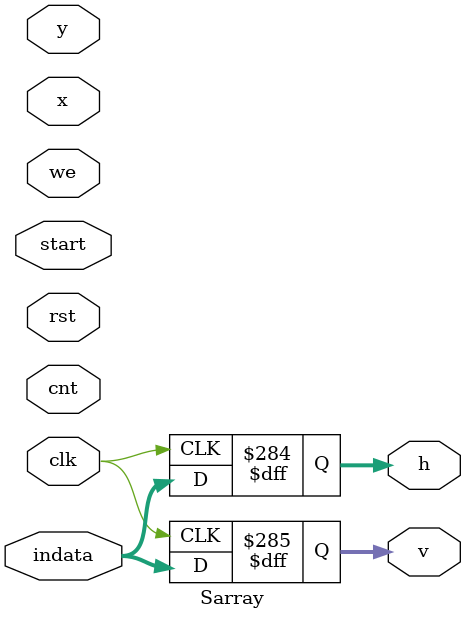
<source format=v>
`timescale 1ns / 1ps


module Sarray#(parameter W=8,pix=5*5, dim=32)(
input clk, rst, start, we,
input [W-1:0] indata, 
input [9:0] cnt,
input [6:0]x,y,

output reg [W-1:0] h, v);



reg [W-1:0] p00,p01,p02, p03, p04, p10,p11,p12,p13,p14,p20,p21,p22,p23,p24,p30,p31,p32,p33,p34,p40,p41,p42,p43,p44;
wire [15:0] temp;
//assign temp = 2*x+1+ y*(dim+1);
assign temp = x+1+ y*dim;
always@(posedge clk) begin
    v<= indata;
    h<= indata;  
    if(start==0) begin
        p00<=0; p01<=0; p02<=0;  p03<=0;  p04<=0;  p10<=0; p11<=0; p12<=0; p13<=0; p14<=0; p20<=0; p21<=0; p22<=0; p23<=0; p24<=0; p30<=0; p31<=0; p32<=0; p33<=0; p34<=0; p40<=0; p41<=0; p42<=0; p43<=0; p44<=0;     end else begin
        if(x>1 & cnt== (temp-2)) p20<= indata; 
        if(x>0 & cnt== (temp-1)) p21<= indata; 
        if(cnt== temp) p22<= indata;
        if(x<dim-1 & cnt== (temp+1)) p23<= indata;
        if(x<dim-2 & cnt== (temp+2)) p24<= indata;
        
        if(x>1 & y>0 & cnt== (temp-dim-2)) p10<= indata; 
        if(x>0 & y>0 & cnt== (temp-dim-1)) p11<= indata; 
        if(x>=0 & y>0 & cnt== (temp-dim)) p12<= indata;
        if(x<dim-1 & y>0 & cnt== (temp-dim+1)) p13<= indata;
        if(x<dim-2 & y>0 & cnt== (temp-dim+2)) p14<= indata;
        
        if(x>1 & y>1 & cnt== (temp-dim*2-2)) p00<= indata; 
        if(x>0 & y>1 & cnt== (temp-dim*2-1)) p01<= indata; 
        if(x>=0 & y>1 & cnt== (temp-dim*2)) p02<= indata;
        if(x<dim-1 & y>1 & cnt== (temp-dim*2+1)) p03<= indata;
        if(x<dim-2 & y>1 & cnt== (temp-dim*2+2)) p04<= indata;
        
        if(x>1 & y<=dim-2 & cnt== (temp+dim-2)) p30<= indata; 
        if(x>0 & y<=dim-2 & cnt== (temp+dim-1)) p31<= indata; 
        if(x>=0 & y<=dim-2 & cnt== (temp+dim)) p32<= indata;
        if(x<dim-1 & y<=dim-2 & cnt== (temp+dim+1)) p33<= indata;
        if(x<dim-2 & y<=dim-2 & cnt== (temp+dim+2)) p34<= indata;
        
        if(x>1 & y<dim-2 & cnt== (temp+dim*2-2)) p40<= indata; 
        if(x>0 & y<dim-2 & cnt== (temp+dim*2-1)) p41<= indata; 
        if(x>=0 & y<dim-2 & cnt== (temp+dim*2)) p42<= indata;
        if(x<dim-1 & y<dim-2 & cnt== (temp+dim*2+1)) p43<= indata;
        if(x<dim-2 & y<dim-2 & cnt== (temp+dim*2+2)) p44<= indata;
    end
    
    
end

//wghtRAM RAM(.clk(clk), .rst(rst), .we(we), .start(start), .write_complete(write_complete), .data(data), .weight_bank(wght));

endmodule

</source>
